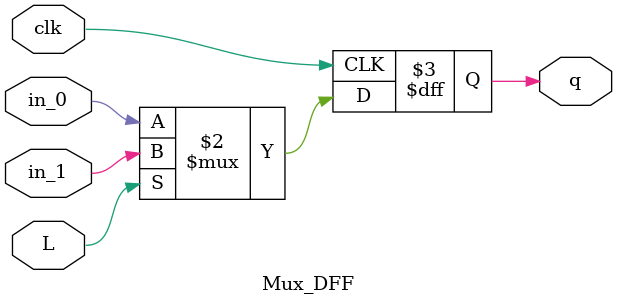
<source format=v>
module top_module (
	input [2:0] SW,      // R
	input [1:0] KEY,     // L and clk
	output [2:0] LEDR);  // Q
    
    Mux_DFF mux_dff_1(.clk(KEY[0]), .in_0(LEDR[2]), .in_1(SW[0]), .L(KEY[1]), .q(LEDR[0]));
    Mux_DFF mux_dff_2(.clk(KEY[0]), .in_0(LEDR[0]), .in_1(SW[1]), .L(KEY[1]), .q(LEDR[1]));
    Mux_DFF mux_dff_3(.clk(KEY[0]), .in_0(LEDR[1] ^ LEDR[2]), .in_1(SW[2]), .L(KEY[1]), .q(LEDR[2]));

endmodule

module Mux_DFF(
    input clk,
    input in_0,
    input in_1,
    input L,
    output reg q
);
    always @(posedge clk) begin
        q <= L ? in_1 : in_0;
    end
    
endmodule
</source>
